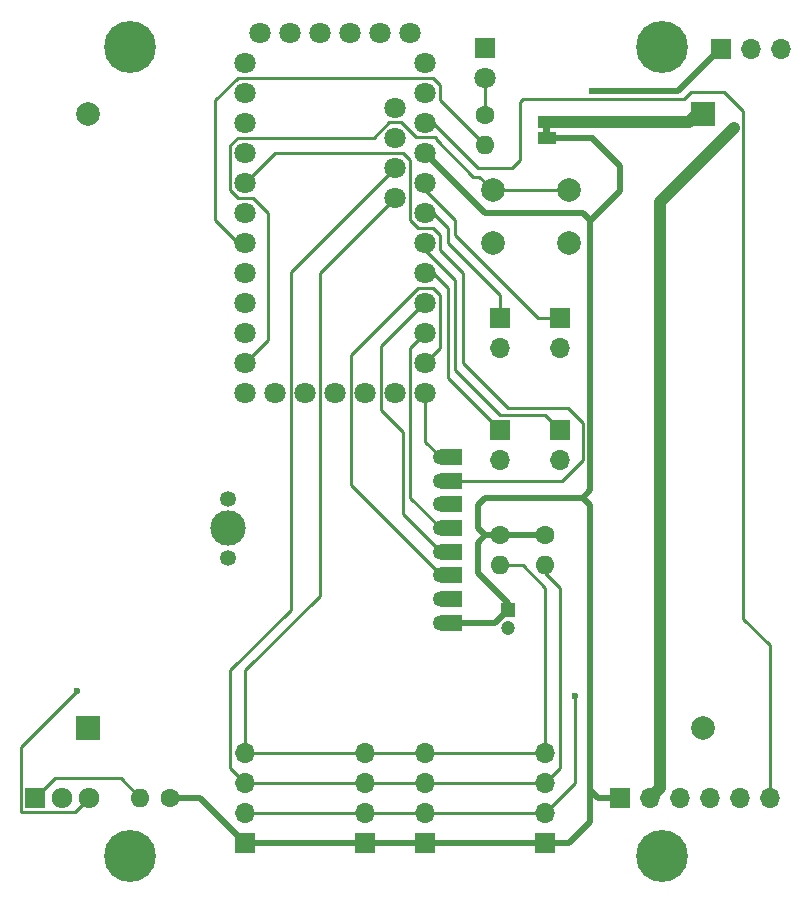
<source format=gbr>
%TF.GenerationSoftware,KiCad,Pcbnew,8.0.5-8.0.5-0~ubuntu22.04.1*%
%TF.CreationDate,2024-09-30T16:04:35+02:00*%
%TF.ProjectId,HB-UNI-SEN-BATT_FUEL4EP,48422d55-4e49-42d5-9345-4e2d42415454,V1.3*%
%TF.SameCoordinates,Original*%
%TF.FileFunction,Copper,L1,Top*%
%TF.FilePolarity,Positive*%
%FSLAX46Y46*%
G04 Gerber Fmt 4.6, Leading zero omitted, Abs format (unit mm)*
G04 Created by KiCad (PCBNEW 8.0.5-8.0.5-0~ubuntu22.04.1) date 2024-09-30 16:04:35*
%MOMM*%
%LPD*%
G01*
G04 APERTURE LIST*
%TA.AperFunction,EtchedComponent*%
%ADD10C,0.000000*%
%TD*%
%TA.AperFunction,ComponentPad*%
%ADD11R,1.800000X1.800000*%
%TD*%
%TA.AperFunction,ComponentPad*%
%ADD12C,1.800000*%
%TD*%
%TA.AperFunction,ComponentPad*%
%ADD13R,1.700000X1.700000*%
%TD*%
%TA.AperFunction,ComponentPad*%
%ADD14O,1.700000X1.700000*%
%TD*%
%TA.AperFunction,ComponentPad*%
%ADD15R,1.200000X1.200000*%
%TD*%
%TA.AperFunction,ComponentPad*%
%ADD16C,1.200000*%
%TD*%
%TA.AperFunction,ComponentPad*%
%ADD17C,1.600000*%
%TD*%
%TA.AperFunction,ComponentPad*%
%ADD18O,1.600000X1.600000*%
%TD*%
%TA.AperFunction,ComponentPad*%
%ADD19R,1.717500X1.800000*%
%TD*%
%TA.AperFunction,ComponentPad*%
%ADD20O,1.717500X1.800000*%
%TD*%
%TA.AperFunction,ComponentPad*%
%ADD21C,1.350000*%
%TD*%
%TA.AperFunction,ConnectorPad*%
%ADD22R,1.800000X1.350000*%
%TD*%
%TA.AperFunction,ComponentPad*%
%ADD23C,3.000000*%
%TD*%
%TA.AperFunction,SMDPad,CuDef*%
%ADD24R,1.500000X1.000000*%
%TD*%
%TA.AperFunction,ComponentPad*%
%ADD25C,2.000000*%
%TD*%
%TA.AperFunction,ComponentPad*%
%ADD26C,4.400000*%
%TD*%
%TA.AperFunction,ComponentPad*%
%ADD27C,0.700000*%
%TD*%
%TA.AperFunction,ComponentPad*%
%ADD28R,2.000000X2.000000*%
%TD*%
%TA.AperFunction,ViaPad*%
%ADD29C,0.600000*%
%TD*%
%TA.AperFunction,ViaPad*%
%ADD30C,0.900000*%
%TD*%
%TA.AperFunction,Conductor*%
%ADD31C,0.250000*%
%TD*%
%TA.AperFunction,Conductor*%
%ADD32C,0.500000*%
%TD*%
%TA.AperFunction,Conductor*%
%ADD33C,1.000000*%
%TD*%
G04 APERTURE END LIST*
D10*
%TA.AperFunction,EtchedComponent*%
%TO.C,JP2*%
G36*
X50557000Y64500000D02*
G01*
X49957000Y64500000D01*
X49957000Y65000000D01*
X50557000Y65000000D01*
X50557000Y64500000D01*
G37*
%TD.AperFunction*%
%TD*%
D11*
%TO.P,D1,1,K*%
%TO.N,GND*%
X45050000Y71720000D03*
D12*
%TO.P,D1,2,A*%
%TO.N,Net-(D1-A)*%
X45050000Y69180000D03*
%TD*%
D13*
%TO.P,J1,1,Pin_1*%
%TO.N,/A0*%
X46320000Y39335000D03*
D14*
%TO.P,J1,2,Pin_2*%
%TO.N,GND*%
X46320000Y36795000D03*
%TD*%
D13*
%TO.P,J2,1,Pin_1*%
%TO.N,/A1*%
X51400000Y39335000D03*
D14*
%TO.P,J2,2,Pin_2*%
%TO.N,GND*%
X51400000Y36795000D03*
%TD*%
D13*
%TO.P,J7,1,Pin_1*%
%TO.N,VCC*%
X34890000Y4410000D03*
D14*
%TO.P,J7,2,Pin_2*%
%TO.N,GND*%
X34890000Y6950000D03*
%TO.P,J7,3,Pin_3*%
%TO.N,/SCL*%
X34890000Y9490000D03*
%TO.P,J7,4,Pin_4*%
%TO.N,/SDA*%
X34890000Y12030000D03*
%TD*%
D13*
%TO.P,J3,1,Pin_1*%
%TO.N,/A2*%
X46320000Y48860000D03*
D14*
%TO.P,J3,2,Pin_2*%
%TO.N,GND*%
X46320000Y46320000D03*
%TD*%
D13*
%TO.P,J4,1,Pin_1*%
%TO.N,/A3*%
X51400000Y48860000D03*
D14*
%TO.P,J4,2,Pin_2*%
%TO.N,GND*%
X51400000Y46320000D03*
%TD*%
D13*
%TO.P,J5,1,Pin_1*%
%TO.N,VCC*%
X56480000Y8220000D03*
D14*
%TO.P,J5,2,Pin_2*%
%TO.N,/minusBAT*%
X59020000Y8220000D03*
%TO.P,J5,3,Pin_3*%
%TO.N,/MOSI*%
X61560000Y8220000D03*
%TO.P,J5,4,Pin_4*%
%TO.N,/SCK*%
X64100000Y8220000D03*
%TO.P,J5,5,Pin_5*%
%TO.N,/MISO*%
X66640000Y8220000D03*
%TO.P,J5,6,Pin_6*%
%TO.N,/RSET*%
X69180000Y8220000D03*
%TD*%
D13*
%TO.P,J6,1,Pin_1*%
%TO.N,VCC*%
X24730000Y4410000D03*
D14*
%TO.P,J6,2,Pin_2*%
%TO.N,GND*%
X24730000Y6950000D03*
%TO.P,J6,3,Pin_3*%
%TO.N,/SCL*%
X24730000Y9490000D03*
%TO.P,J6,4,Pin_4*%
%TO.N,/SDA*%
X24730000Y12030000D03*
%TD*%
D15*
%TO.P,C1,1*%
%TO.N,VCC*%
X46955000Y24095000D03*
D16*
%TO.P,C1,2*%
%TO.N,GND*%
X46955000Y22595000D03*
%TD*%
D17*
%TO.P,R4,1*%
%TO.N,VCC*%
X50130000Y30445000D03*
D18*
%TO.P,R4,2*%
%TO.N,/SCL*%
X50130000Y27905000D03*
%TD*%
D17*
%TO.P,R5,1*%
%TO.N,VCC*%
X46320000Y30445000D03*
D18*
%TO.P,R5,2*%
%TO.N,/SDA*%
X46320000Y27905000D03*
%TD*%
D17*
%TO.P,R1,1*%
%TO.N,Net-(D1-A)*%
X45050000Y66005000D03*
D18*
%TO.P,R1,2*%
%TO.N,Net-(Module2-PD4_4)*%
X45050000Y63465000D03*
%TD*%
D17*
%TO.P,R3,1*%
%TO.N,VCC*%
X18380000Y8220000D03*
D18*
%TO.P,R3,2*%
%TO.N,Net-(Q1-G)*%
X15840000Y8220000D03*
%TD*%
D19*
%TO.P,Q1,1,G*%
%TO.N,Net-(Q1-G)*%
X6950000Y8220000D03*
D20*
%TO.P,Q1,2,D*%
%TO.N,/minusBAT*%
X9240000Y8220000D03*
%TO.P,Q1,3,S*%
%TO.N,GND*%
X11530000Y8220000D03*
%TD*%
D13*
%TO.P,J9,1,Pin_1*%
%TO.N,VCC*%
X50130000Y4410000D03*
D14*
%TO.P,J9,2,Pin_2*%
%TO.N,GND*%
X50130000Y6950000D03*
%TO.P,J9,3,Pin_3*%
%TO.N,/SCL*%
X50130000Y9490000D03*
%TO.P,J9,4,Pin_4*%
%TO.N,/SDA*%
X50130000Y12030000D03*
%TD*%
D13*
%TO.P,J10,1,Pin_1*%
%TO.N,VCC*%
X64989000Y71656500D03*
D14*
%TO.P,J10,2,Pin_2*%
%TO.N,/plusBAT*%
X67529000Y71656500D03*
%TO.P,J10,3,Pin_3*%
%TO.N,/minusBAT*%
X70069000Y71656500D03*
%TD*%
D12*
%TO.P,Module2,1E,VCC*%
%TO.N,unconnected-(Module2-VCC-Pad1E)*%
X37430000Y66640000D03*
%TO.P,Module2,2E,GND*%
%TO.N,GND*%
X37430000Y64100000D03*
%TO.P,Module2,4B,PB1/T1*%
%TO.N,unconnected-(Module2-PB1{slash}T1-Pad4B)*%
X34890000Y42510000D03*
%TO.P,Module2,5B,PB0/T0*%
%TO.N,unconnected-(Module2-PB0{slash}T0-Pad5B)*%
X37430000Y42510000D03*
%TO.P,Module2,12A,PB4/~{SS}*%
%TO.N,/SS*%
X39970000Y42510000D03*
%TO.P,Module2,11A,PB5/MOSI*%
%TO.N,/MOSI*%
X39970000Y45050000D03*
%TO.P,Module2,10A,PB6/MISO*%
%TO.N,/MISO*%
X39970000Y47590000D03*
%TO.P,Module2,9A,PB7/SCK*%
%TO.N,/SCK*%
X39970000Y50130000D03*
%TO.P,Module2,8A,PA0/A0*%
%TO.N,/A0*%
X39970000Y52670000D03*
%TO.P,Module2,7A,PA1/A1*%
%TO.N,/A1*%
X39970000Y55210000D03*
%TO.P,Module2,6A,PB3/A2*%
%TO.N,/A2*%
X39970000Y57750000D03*
%TO.P,Module2,5A,PB2/A3*%
%TO.N,/A3*%
X39970000Y60290000D03*
%TO.P,Module2,4A,VCC*%
%TO.N,VCC*%
X39970000Y62830000D03*
%TO.P,Module2,3A,RST*%
%TO.N,/RSET*%
X39970000Y65370000D03*
%TO.P,Module2,2A,GND*%
%TO.N,GND*%
X39970000Y67910000D03*
%TO.P,Module2,1A,VCC*%
%TO.N,unconnected-(Module2-VCC-Pad1A)*%
X39970000Y70450000D03*
%TO.P,Module2,1C,PD1/TXD0*%
%TO.N,unconnected-(Module2-PD1{slash}TXD0-Pad1C)*%
X24730000Y70450000D03*
%TO.P,Module2,2C,PD0/RXD0*%
%TO.N,unconnected-(Module2-PD0{slash}RXD0-Pad2C)*%
X24730000Y67910000D03*
%TO.P,Module2,3C,RST*%
%TO.N,unconnected-(Module2-RST-Pad3C)*%
X24730000Y65370000D03*
%TO.P,Module2,4C,GND*%
%TO.N,GND*%
X24730000Y62830000D03*
%TO.P,Module2,5C,PD2_2*%
%TO.N,/D2*%
X24730000Y60290000D03*
%TO.P,Module2,6C,PD3_3*%
%TO.N,unconnected-(Module2-PD3_3-Pad6C)*%
X24730000Y57750000D03*
%TO.P,Module2,7C,PD4_4*%
%TO.N,Net-(Module2-PD4_4)*%
X24730000Y55210000D03*
%TO.P,Module2,8C,PD5_5*%
%TO.N,unconnected-(Module2-PD5_5-Pad8C)*%
X24730000Y52670000D03*
%TO.P,Module2,9C,PD6_6*%
%TO.N,unconnected-(Module2-PD6_6-Pad9C)*%
X24730000Y50130000D03*
%TO.P,Module2,10C,PD7_7*%
%TO.N,unconnected-(Module2-PD7_7-Pad10C)*%
X24730000Y47590000D03*
%TO.P,Module2,11C,PC6_8L*%
%TO.N,/CONFIG*%
X24730000Y45050000D03*
%TO.P,Module2,12C,PC3_9/TMS*%
%TO.N,unconnected-(Module2-PC3_9{slash}TMS-Pad12C)*%
X24730000Y42510000D03*
%TO.P,Module2,4E,PC1/SDA*%
%TO.N,/SDA*%
X37430000Y59020000D03*
%TO.P,Module2,3E,PC0/SCL*%
%TO.N,/SCL*%
X37430000Y61560000D03*
%TO.P,Module2,3B,PC5/TDI*%
%TO.N,unconnected-(Module2-PC5{slash}TDI-Pad3B)*%
X32350000Y42510000D03*
%TO.P,Module2,2B,PC4/TD0*%
%TO.N,unconnected-(Module2-PC4{slash}TD0-Pad2B)*%
X29810000Y42510000D03*
%TO.P,Module2,1B,PC2/TCK*%
%TO.N,unconnected-(Module2-PC2{slash}TCK-Pad1B)*%
X27270000Y42510000D03*
%TO.P,Module2,1D,DTR*%
%TO.N,unconnected-(Module2-DTR-Pad1D)*%
X26000000Y72990000D03*
%TO.P,Module2,2D,PD1/TXD0*%
%TO.N,unconnected-(Module2-PD1{slash}TXD0-Pad2D)*%
X28540000Y72990000D03*
%TO.P,Module2,3D,PD0/RXD0*%
%TO.N,unconnected-(Module2-PD0{slash}RXD0-Pad3D)*%
X31080000Y72990000D03*
%TO.P,Module2,4D,VCC*%
%TO.N,unconnected-(Module2-VCC-Pad4D)*%
X33620000Y72990000D03*
%TO.P,Module2,5D,GND*%
%TO.N,unconnected-(Module2-GND-Pad5D)*%
X36160000Y72990000D03*
%TO.P,Module2,6D,GND*%
%TO.N,unconnected-(Module2-GND-Pad6D)*%
X38700000Y72990000D03*
%TD*%
D21*
%TO.P,Module1,1A,GND*%
%TO.N,GND*%
X23280000Y28555000D03*
D22*
%TO.P,Module1,1C,VCC*%
%TO.N,VCC*%
X42280000Y23055000D03*
D21*
X41280000Y23055000D03*
D23*
%TO.P,Module1,2A,ANT*%
%TO.N,unconnected-(Module1-ANT-Pad2A)*%
X23280000Y31055000D03*
D22*
%TO.P,Module1,2C,GND*%
%TO.N,GND*%
X42280000Y25055000D03*
D21*
X41280000Y25055000D03*
%TO.P,Module1,3A,GND*%
X23280000Y33555000D03*
D22*
%TO.P,Module1,3C,MOSI*%
%TO.N,/MOSI*%
X42280000Y27055000D03*
D21*
X41280000Y27055000D03*
%TO.P,Module1,4C,SCLK*%
%TO.N,/SCK*%
X41280000Y29055000D03*
D22*
X42280000Y29055000D03*
D21*
%TO.P,Module1,5C,MISO*%
%TO.N,/MISO*%
X41280000Y31055000D03*
D22*
X42280000Y31055000D03*
D21*
%TO.P,Module1,6C,GD2*%
%TO.N,unconnected-(Module1-GD2-Pad6C)*%
X41280000Y33055000D03*
D22*
X42280000Y33055000D03*
%TO.P,Module1,7C,GD0*%
%TO.N,/D2*%
X42280000Y35055000D03*
D21*
X41280000Y35055000D03*
%TO.P,Module1,8C,~{CSN}*%
%TO.N,/SS*%
X41280000Y37055000D03*
D22*
X42280000Y37055000D03*
%TD*%
D24*
%TO.P,JP2,1,A*%
%TO.N,/plusBAT*%
X50257000Y65400000D03*
%TO.P,JP2,2,B*%
%TO.N,VCC*%
X50257000Y64100000D03*
%TD*%
D25*
%TO.P,SW1,1*%
%TO.N,/CONFIG*%
X45685000Y59655000D03*
X52185000Y59655000D03*
%TO.P,SW1,2*%
%TO.N,GND*%
X45685000Y55155000D03*
X52185000Y55155000D03*
%TD*%
D13*
%TO.P,J8,1,Pin_1*%
%TO.N,VCC*%
X39970000Y4410000D03*
D14*
%TO.P,J8,2,Pin_2*%
%TO.N,GND*%
X39970000Y6950000D03*
%TO.P,J8,3,Pin_3*%
%TO.N,/SCL*%
X39970000Y9490000D03*
%TO.P,J8,4,Pin_4*%
%TO.N,/SDA*%
X39970000Y12030000D03*
%TD*%
D26*
%TO.P,H2,1*%
%TO.N,N/C*%
X60000000Y71750000D03*
D27*
X61800000Y71750000D03*
X61272800Y70477200D03*
X60000000Y69950000D03*
X58727200Y70477200D03*
X58200000Y71750000D03*
X58727200Y73022800D03*
X60000000Y73550000D03*
X61272800Y73022800D03*
%TD*%
D26*
%TO.P,H4,1*%
%TO.N,N/C*%
X60000000Y3250000D03*
D27*
X61800000Y3250000D03*
X61272800Y1977200D03*
X60000000Y1450000D03*
X58727200Y1977200D03*
X58200000Y3250000D03*
X58727200Y4522800D03*
X60000000Y5050000D03*
X61272800Y4522800D03*
%TD*%
D26*
%TO.P,H3,1*%
%TO.N,N/C*%
X15000000Y3250000D03*
D27*
X16800000Y3250000D03*
X16272800Y1977200D03*
X15000000Y1450000D03*
X13727200Y1977200D03*
X13200000Y3250000D03*
X13727200Y4522800D03*
X15000000Y5050000D03*
X16272800Y4522800D03*
%TD*%
D26*
%TO.P,H1,1*%
%TO.N,N/C*%
X15000000Y71750000D03*
D27*
X16800000Y71750000D03*
X16272800Y70477200D03*
X15000000Y69950000D03*
X13727200Y70477200D03*
X13200000Y71750000D03*
X13727200Y73022800D03*
X15000000Y73550000D03*
X16272800Y73022800D03*
%TD*%
D25*
%TO.P,BT2,2,-*%
%TO.N,/minusBAT*%
X11420000Y66090000D03*
D28*
%TO.P,BT2,1,+*%
%TO.N,/conBAT*%
X11420000Y14100000D03*
%TD*%
D25*
%TO.P,BT1,2,-*%
%TO.N,/conBAT*%
X63490000Y14150000D03*
D28*
%TO.P,BT1,1,+*%
%TO.N,/plusBAT*%
X63490000Y66140000D03*
%TD*%
D29*
%TO.N,GND*%
X10455200Y17262400D03*
X52670000Y16805200D03*
%TO.N,VCC*%
X54067000Y68027000D03*
X54067000Y64100000D03*
D30*
%TO.N,/minusBAT*%
X66081200Y64912800D03*
%TD*%
D31*
%TO.N,GND*%
X34890000Y6950000D02*
X39970000Y6950000D01*
X10305000Y6995000D02*
X5766250Y6995000D01*
X52670000Y9490000D02*
X52670000Y16805200D01*
X5730800Y7030450D02*
X5730800Y12538000D01*
X5766250Y6995000D02*
X5730800Y7030450D01*
X41280000Y25055000D02*
X42280000Y25055000D01*
X5730800Y12538000D02*
X10455200Y17262400D01*
X11530000Y8220000D02*
X10305000Y6995000D01*
X39970000Y6950000D02*
X50130000Y6950000D01*
X24730000Y6950000D02*
X34890000Y6950000D01*
X50130000Y6950000D02*
X52670000Y9490000D01*
%TO.N,Net-(D1-A)*%
X45050000Y66005000D02*
X45050000Y69180000D01*
%TO.N,/SS*%
X39970000Y38365000D02*
X39970000Y42510000D01*
X41280000Y37055000D02*
X42280000Y37055000D01*
X41280000Y37055000D02*
X39970000Y38365000D01*
%TO.N,/D2*%
X40605000Y56480000D02*
X39335000Y56480000D01*
X38700000Y57115000D02*
X38700000Y62195000D01*
X38700000Y62195000D02*
X38065000Y62830000D01*
X27270000Y62830000D02*
X24730000Y60290000D01*
X41240000Y55845000D02*
X40605000Y56480000D01*
X41240000Y54575000D02*
X43145000Y52670000D01*
X51565000Y35055000D02*
X53305000Y36795000D01*
X53305000Y36795000D02*
X53305000Y39970000D01*
X43145000Y45050000D02*
X46955000Y41240000D01*
X46955000Y41240000D02*
X52035000Y41240000D01*
X52035000Y41240000D02*
X53305000Y39970000D01*
X41280000Y35055000D02*
X51565000Y35055000D01*
X41280000Y35055000D02*
X42280000Y35055000D01*
X39335000Y56480000D02*
X38700000Y57115000D01*
X43145000Y52670000D02*
X43145000Y45050000D01*
X41240000Y55845000D02*
X41240000Y54575000D01*
X38065000Y62830000D02*
X27270000Y62830000D01*
%TO.N,/SCL*%
X34890000Y9490000D02*
X39970000Y9490000D01*
X39970000Y9490000D02*
X50130000Y9490000D01*
X51400000Y26000000D02*
X51400000Y10760000D01*
X50130000Y27270000D02*
X51400000Y26000000D01*
X50765000Y10125000D02*
X51400000Y10760000D01*
X23460000Y19015000D02*
X28584999Y24139999D01*
X24730000Y9490000D02*
X34890000Y9490000D01*
X50130000Y9490000D02*
X50765000Y10125000D01*
X24730000Y9490000D02*
X23460000Y10760000D01*
X28584999Y24139999D02*
X28584999Y52714999D01*
X28584999Y52714999D02*
X37430000Y61560000D01*
X23460000Y10760000D02*
X23460000Y19015000D01*
%TO.N,/SDA*%
X39970000Y12030000D02*
X50130000Y12030000D01*
X24730000Y19015000D02*
X24730000Y12030000D01*
X48225000Y27905000D02*
X50130000Y26000000D01*
X31035001Y52625001D02*
X37430000Y59020000D01*
X34890000Y12030000D02*
X39970000Y12030000D01*
X24730000Y12030000D02*
X34890000Y12030000D01*
X46320000Y27905000D02*
X48225000Y27905000D01*
X50130000Y12030000D02*
X50130000Y26000000D01*
X24730000Y19015000D02*
X31035001Y25320001D01*
X31035001Y25320001D02*
X31035001Y52625001D01*
%TO.N,/A0*%
X41875000Y43780000D02*
X46320000Y39335000D01*
X41875000Y51400000D02*
X40605000Y52670000D01*
X41875000Y51400000D02*
X41875000Y43780000D01*
%TO.N,/A1*%
X42510000Y44415000D02*
X46320000Y40605000D01*
X46320000Y40605000D02*
X50130000Y40605000D01*
X50130000Y40605000D02*
X51400000Y39335000D01*
X42510000Y52035000D02*
X42510000Y44415000D01*
X42510000Y52035000D02*
X39970000Y54575000D01*
%TO.N,/A2*%
X41875000Y55210000D02*
X46320000Y50765000D01*
X46320000Y50765000D02*
X46320000Y48860000D01*
X40605000Y57750000D02*
X41875000Y56480000D01*
X41875000Y56480000D02*
X41875000Y55210000D01*
%TO.N,/A3*%
X42510000Y57115000D02*
X39970000Y59655000D01*
X42510000Y55845000D02*
X49495000Y48860000D01*
X49495000Y48860000D02*
X51400000Y48860000D01*
X42510000Y57115000D02*
X42510000Y55845000D01*
%TO.N,/MOSI*%
X33664999Y45729999D02*
X39335000Y51400000D01*
X41240000Y46320000D02*
X39970000Y45050000D01*
X41280000Y27055000D02*
X42280000Y27055000D01*
X39335000Y51400000D02*
X40605000Y51400000D01*
X33664999Y34670001D02*
X33664999Y45729999D01*
X40605000Y51400000D02*
X41240000Y50765000D01*
X41240000Y50765000D02*
X41240000Y46320000D01*
X41280000Y27055000D02*
X33664999Y34670001D01*
%TO.N,/SCK*%
X38065000Y39185000D02*
X36204999Y41045001D01*
X41280000Y29055000D02*
X42280000Y29055000D01*
X36204999Y41045001D02*
X36204999Y46454999D01*
X38065000Y32270000D02*
X38065000Y39185000D01*
X36204999Y46454999D02*
X39880000Y50130000D01*
X41280000Y29055000D02*
X38065000Y32270000D01*
%TO.N,/MISO*%
X39970000Y47590000D02*
X38700000Y46320000D01*
X38700000Y33635000D02*
X41280000Y31055000D01*
X38700000Y33635000D02*
X38700000Y46320000D01*
X41280000Y31055000D02*
X42280000Y31055000D01*
%TO.N,/RSET*%
X44415000Y61560000D02*
X40605000Y65370000D01*
X47336000Y61560000D02*
X44415000Y61560000D01*
X69129200Y8270800D02*
X69129200Y21174000D01*
X62449000Y67973500D02*
X61877500Y67402000D01*
X65306500Y67973500D02*
X62449000Y67973500D01*
X66906209Y23396991D02*
X66906209Y66373791D01*
X48225000Y67402000D02*
X47971000Y67148000D01*
X66906209Y66373791D02*
X65306500Y67973500D01*
X47971000Y67148000D02*
X47971000Y62195000D01*
X61877500Y67402000D02*
X48225000Y67402000D01*
X69129200Y21174000D02*
X66906209Y23396991D01*
X47971000Y62195000D02*
X47336000Y61560000D01*
%TO.N,Net-(Q1-G)*%
X15840000Y8220000D02*
X14189000Y9871000D01*
X14189000Y9871000D02*
X8601000Y9871000D01*
X8601000Y9871000D02*
X6950000Y8220000D01*
D32*
%TO.N,VCC*%
X34890000Y4410000D02*
X39970000Y4410000D01*
X39970000Y4410000D02*
X50130000Y4410000D01*
X44415000Y32985000D02*
X45050000Y33620000D01*
X45050000Y33620000D02*
X53305000Y33620000D01*
X44415000Y31080000D02*
X44415000Y32985000D01*
X44415000Y31080000D02*
X45050000Y30445000D01*
X45050000Y30445000D02*
X44415000Y29810000D01*
X20920000Y8220000D02*
X24730000Y4410000D01*
X45050000Y57750000D02*
X39970000Y62830000D01*
X53940000Y57040000D02*
X56480000Y59580000D01*
X53940000Y57115000D02*
X53305000Y57750000D01*
X45050000Y57750000D02*
X53305000Y57750000D01*
X54575000Y8220000D02*
X56480000Y8220000D01*
X44415000Y27270000D02*
X44415000Y29810000D01*
X45915000Y23055000D02*
X46955000Y24095000D01*
X46955000Y24730000D02*
X46955000Y24095000D01*
X53940000Y57040000D02*
X53940000Y57115000D01*
X54067000Y64100000D02*
X56480000Y61687000D01*
X56480000Y61687000D02*
X56480000Y59580000D01*
X50257000Y64100000D02*
X54067000Y64100000D01*
X54067000Y68027000D02*
X61359500Y68027000D01*
X53940000Y8855000D02*
X54575000Y8220000D01*
X53305000Y33620000D02*
X53940000Y34255000D01*
X61359500Y68027000D02*
X64925500Y71593000D01*
X53940000Y8855000D02*
X53940000Y6190000D01*
X53305000Y33620000D02*
X53940000Y32985000D01*
X53940000Y32985000D02*
X53940000Y8855000D01*
X42280000Y23055000D02*
X41280000Y23055000D01*
X53940000Y6190000D02*
X52160000Y4410000D01*
X45050000Y30445000D02*
X46320000Y30445000D01*
X24730000Y4410000D02*
X34890000Y4410000D01*
X44415000Y27270000D02*
X46955000Y24730000D01*
X52160000Y4410000D02*
X50130000Y4410000D01*
X41280000Y23055000D02*
X45915000Y23055000D01*
X18380000Y8220000D02*
X20920000Y8220000D01*
X46320000Y30445000D02*
X50130000Y30445000D01*
X53940000Y34255000D02*
X53940000Y57040000D01*
D31*
%TO.N,/CONFIG*%
X24730000Y45050000D02*
X26635000Y46955000D01*
X23460000Y59655000D02*
X23460000Y63465000D01*
X40855001Y63976999D02*
X44034000Y60798000D01*
X39198003Y64144999D02*
X37928003Y65414999D01*
X44542000Y60798000D02*
X45685000Y59655000D01*
X36931997Y65414999D02*
X35616998Y64100000D01*
X37928003Y65414999D02*
X36931997Y65414999D01*
X24095000Y59020000D02*
X23460000Y59655000D01*
X24095000Y64100000D02*
X35616998Y64100000D01*
X26635000Y46955000D02*
X26635000Y57750000D01*
X23460000Y63465000D02*
X24095000Y64100000D01*
X25365000Y59020000D02*
X24095000Y59020000D01*
X45685000Y59655000D02*
X52185000Y59655000D01*
X40855001Y64144999D02*
X40855001Y63976999D01*
X26635000Y57750000D02*
X25365000Y59020000D01*
X44034000Y60798000D02*
X44542000Y60798000D01*
X40855001Y64144999D02*
X39198003Y64144999D01*
%TO.N,Net-(Module2-PD4_4)*%
X41240000Y67275000D02*
X41240000Y68545000D01*
X22190000Y67275000D02*
X22190000Y57115000D01*
X40605000Y69180000D02*
X24095000Y69180000D01*
X41240000Y68545000D02*
X40605000Y69180000D01*
X24095000Y69180000D02*
X22190000Y67275000D01*
X45050000Y63465000D02*
X41240000Y67275000D01*
X22190000Y57115000D02*
X24095000Y55210000D01*
D33*
%TO.N,/minusBAT*%
X59869999Y9069999D02*
X59869999Y58701599D01*
X59869999Y58701599D02*
X66081200Y64912800D01*
X59020000Y8220000D02*
X59869999Y9069999D01*
%TO.N,/plusBAT*%
X62300000Y65400000D02*
X63500000Y66600000D01*
X50257000Y65400000D02*
X62300000Y65400000D01*
%TD*%
M02*

</source>
